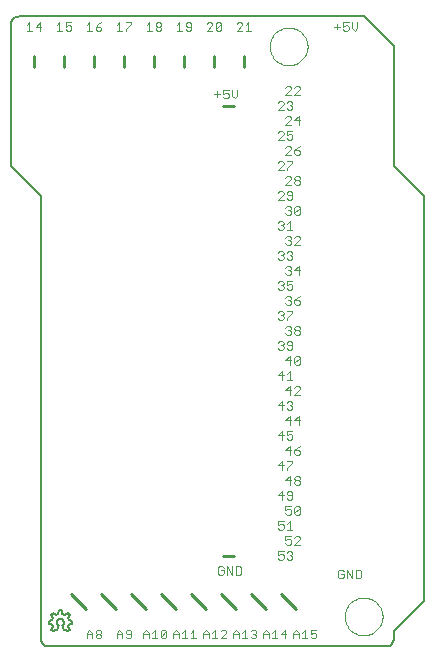
<source format=gto>
G75*
G70*
%OFA0B0*%
%FSLAX24Y24*%
%IPPOS*%
%LPD*%
%AMOC8*
5,1,8,0,0,1.08239X$1,22.5*
%
%ADD10C,0.0040*%
%ADD11C,0.0100*%
%ADD12C,0.0050*%
%ADD13C,0.0000*%
%ADD14C,0.0060*%
D10*
X003270Y000770D02*
X003270Y000957D01*
X003363Y001050D01*
X003457Y000957D01*
X003457Y000770D01*
X003565Y000817D02*
X003565Y000863D01*
X003611Y000910D01*
X003705Y000910D01*
X003751Y000863D01*
X003751Y000817D01*
X003705Y000770D01*
X003611Y000770D01*
X003565Y000817D01*
X003611Y000910D02*
X003565Y000957D01*
X003565Y001004D01*
X003611Y001050D01*
X003705Y001050D01*
X003751Y001004D01*
X003751Y000957D01*
X003705Y000910D01*
X003457Y000910D02*
X003270Y000910D01*
X004270Y000910D02*
X004457Y000910D01*
X004457Y000957D02*
X004457Y000770D01*
X004565Y000817D02*
X004611Y000770D01*
X004705Y000770D01*
X004751Y000817D01*
X004751Y001004D01*
X004705Y001050D01*
X004611Y001050D01*
X004565Y001004D01*
X004565Y000957D01*
X004611Y000910D01*
X004751Y000910D01*
X004457Y000957D02*
X004363Y001050D01*
X004270Y000957D01*
X004270Y000770D01*
X005145Y000770D02*
X005145Y000957D01*
X005238Y001050D01*
X005332Y000957D01*
X005332Y000770D01*
X005440Y000770D02*
X005626Y000770D01*
X005533Y000770D02*
X005533Y001050D01*
X005440Y000957D01*
X005332Y000910D02*
X005145Y000910D01*
X005734Y000817D02*
X005921Y001004D01*
X005921Y000817D01*
X005874Y000770D01*
X005781Y000770D01*
X005734Y000817D01*
X005734Y001004D01*
X005781Y001050D01*
X005874Y001050D01*
X005921Y001004D01*
X006145Y000957D02*
X006145Y000770D01*
X006145Y000910D02*
X006332Y000910D01*
X006332Y000957D02*
X006332Y000770D01*
X006440Y000770D02*
X006626Y000770D01*
X006533Y000770D02*
X006533Y001050D01*
X006440Y000957D01*
X006332Y000957D02*
X006238Y001050D01*
X006145Y000957D01*
X006734Y000957D02*
X006828Y001050D01*
X006828Y000770D01*
X006921Y000770D02*
X006734Y000770D01*
X007145Y000770D02*
X007145Y000957D01*
X007238Y001050D01*
X007332Y000957D01*
X007332Y000770D01*
X007440Y000770D02*
X007626Y000770D01*
X007533Y000770D02*
X007533Y001050D01*
X007440Y000957D01*
X007332Y000910D02*
X007145Y000910D01*
X007734Y001004D02*
X007781Y001050D01*
X007874Y001050D01*
X007921Y001004D01*
X007921Y000957D01*
X007734Y000770D01*
X007921Y000770D01*
X008145Y000770D02*
X008145Y000957D01*
X008238Y001050D01*
X008332Y000957D01*
X008332Y000770D01*
X008440Y000770D02*
X008626Y000770D01*
X008533Y000770D02*
X008533Y001050D01*
X008440Y000957D01*
X008332Y000910D02*
X008145Y000910D01*
X008734Y000817D02*
X008781Y000770D01*
X008874Y000770D01*
X008921Y000817D01*
X008921Y000863D01*
X008874Y000910D01*
X008828Y000910D01*
X008874Y000910D02*
X008921Y000957D01*
X008921Y001004D01*
X008874Y001050D01*
X008781Y001050D01*
X008734Y001004D01*
X009145Y000957D02*
X009145Y000770D01*
X009145Y000910D02*
X009332Y000910D01*
X009332Y000957D02*
X009332Y000770D01*
X009440Y000770D02*
X009626Y000770D01*
X009533Y000770D02*
X009533Y001050D01*
X009440Y000957D01*
X009332Y000957D02*
X009238Y001050D01*
X009145Y000957D01*
X009734Y000910D02*
X009921Y000910D01*
X009874Y000770D02*
X009874Y001050D01*
X009734Y000910D01*
X010145Y000910D02*
X010332Y000910D01*
X010332Y000957D02*
X010332Y000770D01*
X010440Y000770D02*
X010626Y000770D01*
X010533Y000770D02*
X010533Y001050D01*
X010440Y000957D01*
X010332Y000957D02*
X010238Y001050D01*
X010145Y000957D01*
X010145Y000770D01*
X010734Y000817D02*
X010781Y000770D01*
X010874Y000770D01*
X010921Y000817D01*
X010921Y000910D01*
X010874Y000957D01*
X010828Y000957D01*
X010734Y000910D01*
X010734Y001050D01*
X010921Y001050D01*
X011692Y002770D02*
X011785Y002770D01*
X011832Y002817D01*
X011832Y002910D01*
X011738Y002910D01*
X011645Y002817D02*
X011692Y002770D01*
X011645Y002817D02*
X011645Y003004D01*
X011692Y003050D01*
X011785Y003050D01*
X011832Y003004D01*
X011940Y003050D02*
X011940Y002770D01*
X012126Y002770D02*
X012126Y003050D01*
X012234Y003050D02*
X012374Y003050D01*
X012421Y003004D01*
X012421Y002817D01*
X012374Y002770D01*
X012234Y002770D01*
X012234Y003050D01*
X011940Y003050D02*
X012126Y002770D01*
X010376Y003895D02*
X010190Y003895D01*
X010376Y004082D01*
X010376Y004129D01*
X010330Y004175D01*
X010236Y004175D01*
X010190Y004129D01*
X010082Y004175D02*
X009895Y004175D01*
X009895Y004035D01*
X009988Y004082D01*
X010035Y004082D01*
X010082Y004035D01*
X010082Y003942D01*
X010035Y003895D01*
X009942Y003895D01*
X009895Y003942D01*
X009832Y003675D02*
X009645Y003675D01*
X009645Y003535D01*
X009738Y003582D01*
X009785Y003582D01*
X009832Y003535D01*
X009832Y003442D01*
X009785Y003395D01*
X009692Y003395D01*
X009645Y003442D01*
X009940Y003442D02*
X009986Y003395D01*
X010080Y003395D01*
X010126Y003442D01*
X010126Y003488D01*
X010080Y003535D01*
X010033Y003535D01*
X010080Y003535D02*
X010126Y003582D01*
X010126Y003629D01*
X010080Y003675D01*
X009986Y003675D01*
X009940Y003629D01*
X009940Y004395D02*
X010126Y004395D01*
X010033Y004395D02*
X010033Y004675D01*
X009940Y004582D01*
X009832Y004535D02*
X009832Y004442D01*
X009785Y004395D01*
X009692Y004395D01*
X009645Y004442D01*
X009645Y004535D02*
X009738Y004582D01*
X009785Y004582D01*
X009832Y004535D01*
X009832Y004675D02*
X009645Y004675D01*
X009645Y004535D01*
X009942Y004895D02*
X009895Y004942D01*
X009942Y004895D02*
X010035Y004895D01*
X010082Y004942D01*
X010082Y005035D01*
X010035Y005082D01*
X009988Y005082D01*
X009895Y005035D01*
X009895Y005175D01*
X010082Y005175D01*
X010190Y005129D02*
X010190Y004942D01*
X010376Y005129D01*
X010376Y004942D01*
X010330Y004895D01*
X010236Y004895D01*
X010190Y004942D01*
X010190Y005129D02*
X010236Y005175D01*
X010330Y005175D01*
X010376Y005129D01*
X010080Y005395D02*
X010126Y005442D01*
X010126Y005629D01*
X010080Y005675D01*
X009986Y005675D01*
X009940Y005629D01*
X009940Y005582D01*
X009986Y005535D01*
X010126Y005535D01*
X010080Y005395D02*
X009986Y005395D01*
X009940Y005442D01*
X009832Y005535D02*
X009645Y005535D01*
X009785Y005675D01*
X009785Y005395D01*
X010035Y005895D02*
X010035Y006175D01*
X009895Y006035D01*
X010082Y006035D01*
X010190Y005988D02*
X010236Y006035D01*
X010330Y006035D01*
X010376Y005988D01*
X010376Y005942D01*
X010330Y005895D01*
X010236Y005895D01*
X010190Y005942D01*
X010190Y005988D01*
X010236Y006035D02*
X010190Y006082D01*
X010190Y006129D01*
X010236Y006175D01*
X010330Y006175D01*
X010376Y006129D01*
X010376Y006082D01*
X010330Y006035D01*
X009940Y006395D02*
X009940Y006442D01*
X010126Y006629D01*
X010126Y006675D01*
X009940Y006675D01*
X009785Y006675D02*
X009785Y006395D01*
X009832Y006535D02*
X009645Y006535D01*
X009785Y006675D01*
X010035Y006895D02*
X010035Y007175D01*
X009895Y007035D01*
X010082Y007035D01*
X010190Y007035D02*
X010330Y007035D01*
X010376Y006988D01*
X010376Y006942D01*
X010330Y006895D01*
X010236Y006895D01*
X010190Y006942D01*
X010190Y007035D01*
X010283Y007129D01*
X010376Y007175D01*
X010126Y007442D02*
X010080Y007395D01*
X009986Y007395D01*
X009940Y007442D01*
X009940Y007535D02*
X010033Y007582D01*
X010080Y007582D01*
X010126Y007535D01*
X010126Y007442D01*
X010126Y007675D02*
X009940Y007675D01*
X009940Y007535D01*
X009832Y007535D02*
X009645Y007535D01*
X009785Y007675D01*
X009785Y007395D01*
X010035Y007895D02*
X010035Y008175D01*
X009895Y008035D01*
X010082Y008035D01*
X010190Y008035D02*
X010376Y008035D01*
X010330Y007895D02*
X010330Y008175D01*
X010190Y008035D01*
X010080Y008395D02*
X009986Y008395D01*
X009940Y008442D01*
X010033Y008535D02*
X010080Y008535D01*
X010126Y008488D01*
X010126Y008442D01*
X010080Y008395D01*
X010080Y008535D02*
X010126Y008582D01*
X010126Y008629D01*
X010080Y008675D01*
X009986Y008675D01*
X009940Y008629D01*
X009832Y008535D02*
X009645Y008535D01*
X009785Y008675D01*
X009785Y008395D01*
X010035Y008895D02*
X010035Y009175D01*
X009895Y009035D01*
X010082Y009035D01*
X010190Y009129D02*
X010236Y009175D01*
X010330Y009175D01*
X010376Y009129D01*
X010376Y009082D01*
X010190Y008895D01*
X010376Y008895D01*
X010126Y009395D02*
X009940Y009395D01*
X010033Y009395D02*
X010033Y009675D01*
X009940Y009582D01*
X009832Y009535D02*
X009645Y009535D01*
X009785Y009675D01*
X009785Y009395D01*
X010035Y009895D02*
X010035Y010175D01*
X009895Y010035D01*
X010082Y010035D01*
X010190Y009942D02*
X010376Y010129D01*
X010376Y009942D01*
X010330Y009895D01*
X010236Y009895D01*
X010190Y009942D01*
X010190Y010129D01*
X010236Y010175D01*
X010330Y010175D01*
X010376Y010129D01*
X010080Y010395D02*
X010126Y010442D01*
X010126Y010629D01*
X010080Y010675D01*
X009986Y010675D01*
X009940Y010629D01*
X009940Y010582D01*
X009986Y010535D01*
X010126Y010535D01*
X010080Y010395D02*
X009986Y010395D01*
X009940Y010442D01*
X009832Y010442D02*
X009785Y010395D01*
X009692Y010395D01*
X009645Y010442D01*
X009738Y010535D02*
X009785Y010535D01*
X009832Y010488D01*
X009832Y010442D01*
X009785Y010535D02*
X009832Y010582D01*
X009832Y010629D01*
X009785Y010675D01*
X009692Y010675D01*
X009645Y010629D01*
X009942Y010895D02*
X009895Y010942D01*
X009942Y010895D02*
X010035Y010895D01*
X010082Y010942D01*
X010082Y010988D01*
X010035Y011035D01*
X009988Y011035D01*
X010035Y011035D02*
X010082Y011082D01*
X010082Y011129D01*
X010035Y011175D01*
X009942Y011175D01*
X009895Y011129D01*
X009940Y011395D02*
X009940Y011442D01*
X010126Y011629D01*
X010126Y011675D01*
X009940Y011675D01*
X009832Y011629D02*
X009832Y011582D01*
X009785Y011535D01*
X009832Y011488D01*
X009832Y011442D01*
X009785Y011395D01*
X009692Y011395D01*
X009645Y011442D01*
X009738Y011535D02*
X009785Y011535D01*
X009832Y011629D02*
X009785Y011675D01*
X009692Y011675D01*
X009645Y011629D01*
X009942Y011895D02*
X009895Y011942D01*
X009942Y011895D02*
X010035Y011895D01*
X010082Y011942D01*
X010082Y011988D01*
X010035Y012035D01*
X009988Y012035D01*
X010035Y012035D02*
X010082Y012082D01*
X010082Y012129D01*
X010035Y012175D01*
X009942Y012175D01*
X009895Y012129D01*
X009986Y012395D02*
X009940Y012442D01*
X009986Y012395D02*
X010080Y012395D01*
X010126Y012442D01*
X010126Y012535D01*
X010080Y012582D01*
X010033Y012582D01*
X009940Y012535D01*
X009940Y012675D01*
X010126Y012675D01*
X010035Y012895D02*
X009942Y012895D01*
X009895Y012942D01*
X009988Y013035D02*
X010035Y013035D01*
X010082Y012988D01*
X010082Y012942D01*
X010035Y012895D01*
X010035Y013035D02*
X010082Y013082D01*
X010082Y013129D01*
X010035Y013175D01*
X009942Y013175D01*
X009895Y013129D01*
X009986Y013395D02*
X009940Y013442D01*
X009986Y013395D02*
X010080Y013395D01*
X010126Y013442D01*
X010126Y013488D01*
X010080Y013535D01*
X010033Y013535D01*
X010080Y013535D02*
X010126Y013582D01*
X010126Y013629D01*
X010080Y013675D01*
X009986Y013675D01*
X009940Y013629D01*
X009832Y013629D02*
X009832Y013582D01*
X009785Y013535D01*
X009832Y013488D01*
X009832Y013442D01*
X009785Y013395D01*
X009692Y013395D01*
X009645Y013442D01*
X009738Y013535D02*
X009785Y013535D01*
X009832Y013629D02*
X009785Y013675D01*
X009692Y013675D01*
X009645Y013629D01*
X009942Y013895D02*
X009895Y013942D01*
X009942Y013895D02*
X010035Y013895D01*
X010082Y013942D01*
X010082Y013988D01*
X010035Y014035D01*
X009988Y014035D01*
X010035Y014035D02*
X010082Y014082D01*
X010082Y014129D01*
X010035Y014175D01*
X009942Y014175D01*
X009895Y014129D01*
X009940Y014395D02*
X010126Y014395D01*
X010033Y014395D02*
X010033Y014675D01*
X009940Y014582D01*
X009832Y014582D02*
X009785Y014535D01*
X009832Y014488D01*
X009832Y014442D01*
X009785Y014395D01*
X009692Y014395D01*
X009645Y014442D01*
X009738Y014535D02*
X009785Y014535D01*
X009832Y014582D02*
X009832Y014629D01*
X009785Y014675D01*
X009692Y014675D01*
X009645Y014629D01*
X009942Y014895D02*
X009895Y014942D01*
X009942Y014895D02*
X010035Y014895D01*
X010082Y014942D01*
X010082Y014988D01*
X010035Y015035D01*
X009988Y015035D01*
X010035Y015035D02*
X010082Y015082D01*
X010082Y015129D01*
X010035Y015175D01*
X009942Y015175D01*
X009895Y015129D01*
X009832Y015395D02*
X009645Y015395D01*
X009832Y015582D01*
X009832Y015629D01*
X009785Y015675D01*
X009692Y015675D01*
X009645Y015629D01*
X009940Y015629D02*
X009940Y015582D01*
X009986Y015535D01*
X010126Y015535D01*
X010126Y015442D02*
X010126Y015629D01*
X010080Y015675D01*
X009986Y015675D01*
X009940Y015629D01*
X009940Y015442D02*
X009986Y015395D01*
X010080Y015395D01*
X010126Y015442D01*
X010236Y015175D02*
X010330Y015175D01*
X010376Y015129D01*
X010190Y014942D01*
X010236Y014895D01*
X010330Y014895D01*
X010376Y014942D01*
X010376Y015129D01*
X010236Y015175D02*
X010190Y015129D01*
X010190Y014942D01*
X010236Y014175D02*
X010190Y014129D01*
X010236Y014175D02*
X010330Y014175D01*
X010376Y014129D01*
X010376Y014082D01*
X010190Y013895D01*
X010376Y013895D01*
X010330Y013175D02*
X010190Y013035D01*
X010376Y013035D01*
X010330Y012895D02*
X010330Y013175D01*
X009832Y012629D02*
X009785Y012675D01*
X009692Y012675D01*
X009645Y012629D01*
X009738Y012535D02*
X009785Y012535D01*
X009832Y012488D01*
X009832Y012442D01*
X009785Y012395D01*
X009692Y012395D01*
X009645Y012442D01*
X009785Y012535D02*
X009832Y012582D01*
X009832Y012629D01*
X010283Y012129D02*
X010190Y012035D01*
X010330Y012035D01*
X010376Y011988D01*
X010376Y011942D01*
X010330Y011895D01*
X010236Y011895D01*
X010190Y011942D01*
X010190Y012035D01*
X010283Y012129D02*
X010376Y012175D01*
X010330Y011175D02*
X010236Y011175D01*
X010190Y011129D01*
X010190Y011082D01*
X010236Y011035D01*
X010330Y011035D01*
X010376Y010988D01*
X010376Y010942D01*
X010330Y010895D01*
X010236Y010895D01*
X010190Y010942D01*
X010190Y010988D01*
X010236Y011035D01*
X010330Y011035D02*
X010376Y011082D01*
X010376Y011129D01*
X010330Y011175D01*
X010330Y015895D02*
X010236Y015895D01*
X010190Y015942D01*
X010190Y015988D01*
X010236Y016035D01*
X010330Y016035D01*
X010376Y015988D01*
X010376Y015942D01*
X010330Y015895D01*
X010330Y016035D02*
X010376Y016082D01*
X010376Y016129D01*
X010330Y016175D01*
X010236Y016175D01*
X010190Y016129D01*
X010190Y016082D01*
X010236Y016035D01*
X010082Y016082D02*
X010082Y016129D01*
X010035Y016175D01*
X009942Y016175D01*
X009895Y016129D01*
X010082Y016082D02*
X009895Y015895D01*
X010082Y015895D01*
X009940Y016395D02*
X009940Y016442D01*
X010126Y016629D01*
X010126Y016675D01*
X009940Y016675D01*
X009832Y016629D02*
X009785Y016675D01*
X009692Y016675D01*
X009645Y016629D01*
X009832Y016582D02*
X009645Y016395D01*
X009832Y016395D01*
X009832Y016582D02*
X009832Y016629D01*
X009895Y016895D02*
X010082Y017082D01*
X010082Y017129D01*
X010035Y017175D01*
X009942Y017175D01*
X009895Y017129D01*
X009895Y016895D02*
X010082Y016895D01*
X010190Y016942D02*
X010236Y016895D01*
X010330Y016895D01*
X010376Y016942D01*
X010376Y016988D01*
X010330Y017035D01*
X010190Y017035D01*
X010190Y016942D01*
X010190Y017035D02*
X010283Y017129D01*
X010376Y017175D01*
X010126Y017442D02*
X010080Y017395D01*
X009986Y017395D01*
X009940Y017442D01*
X009940Y017535D02*
X010033Y017582D01*
X010080Y017582D01*
X010126Y017535D01*
X010126Y017442D01*
X010126Y017675D02*
X009940Y017675D01*
X009940Y017535D01*
X009832Y017582D02*
X009832Y017629D01*
X009785Y017675D01*
X009692Y017675D01*
X009645Y017629D01*
X009832Y017582D02*
X009645Y017395D01*
X009832Y017395D01*
X009895Y017895D02*
X010082Y018082D01*
X010082Y018129D01*
X010035Y018175D01*
X009942Y018175D01*
X009895Y018129D01*
X009895Y017895D02*
X010082Y017895D01*
X010190Y018035D02*
X010376Y018035D01*
X010330Y017895D02*
X010330Y018175D01*
X010190Y018035D01*
X010080Y018395D02*
X009986Y018395D01*
X009940Y018442D01*
X009832Y018395D02*
X009645Y018395D01*
X009832Y018582D01*
X009832Y018629D01*
X009785Y018675D01*
X009692Y018675D01*
X009645Y018629D01*
X009940Y018629D02*
X009986Y018675D01*
X010080Y018675D01*
X010126Y018629D01*
X010126Y018582D01*
X010080Y018535D01*
X010126Y018488D01*
X010126Y018442D01*
X010080Y018395D01*
X010080Y018535D02*
X010033Y018535D01*
X010082Y018895D02*
X009895Y018895D01*
X010082Y019082D01*
X010082Y019129D01*
X010035Y019175D01*
X009942Y019175D01*
X009895Y019129D01*
X010190Y019129D02*
X010236Y019175D01*
X010330Y019175D01*
X010376Y019129D01*
X010376Y019082D01*
X010190Y018895D01*
X010376Y018895D01*
X011613Y021067D02*
X011613Y021254D01*
X011520Y021160D02*
X011707Y021160D01*
X011815Y021160D02*
X011908Y021207D01*
X011955Y021207D01*
X012001Y021160D01*
X012001Y021067D01*
X011955Y021020D01*
X011861Y021020D01*
X011815Y021067D01*
X011815Y021160D02*
X011815Y021300D01*
X012001Y021300D01*
X012109Y021300D02*
X012109Y021113D01*
X012203Y021020D01*
X012296Y021113D01*
X012296Y021300D01*
X008751Y021020D02*
X008565Y021020D01*
X008658Y021020D02*
X008658Y021300D01*
X008565Y021207D01*
X008457Y021207D02*
X008457Y021254D01*
X008410Y021300D01*
X008317Y021300D01*
X008270Y021254D01*
X008457Y021207D02*
X008270Y021020D01*
X008457Y021020D01*
X007751Y021067D02*
X007705Y021020D01*
X007611Y021020D01*
X007565Y021067D01*
X007751Y021254D01*
X007705Y021300D01*
X007611Y021300D01*
X007565Y021254D01*
X007565Y021067D01*
X007457Y021020D02*
X007270Y021020D01*
X007457Y021207D01*
X007457Y021254D01*
X007410Y021300D01*
X007317Y021300D01*
X007270Y021254D01*
X006751Y021254D02*
X006751Y021067D01*
X006705Y021020D01*
X006611Y021020D01*
X006565Y021067D01*
X006611Y021160D02*
X006565Y021207D01*
X006565Y021254D01*
X006611Y021300D01*
X006705Y021300D01*
X006751Y021254D01*
X006751Y021160D02*
X006611Y021160D01*
X006457Y021020D02*
X006270Y021020D01*
X006363Y021020D02*
X006363Y021300D01*
X006270Y021207D01*
X005751Y021207D02*
X005705Y021160D01*
X005611Y021160D01*
X005565Y021207D01*
X005565Y021254D01*
X005611Y021300D01*
X005705Y021300D01*
X005751Y021254D01*
X005751Y021207D01*
X005705Y021160D02*
X005751Y021113D01*
X005751Y021067D01*
X005705Y021020D01*
X005611Y021020D01*
X005565Y021067D01*
X005565Y021113D01*
X005611Y021160D01*
X005457Y021020D02*
X005270Y021020D01*
X005363Y021020D02*
X005363Y021300D01*
X005270Y021207D01*
X004751Y021254D02*
X004565Y021067D01*
X004565Y021020D01*
X004457Y021020D02*
X004270Y021020D01*
X004363Y021020D02*
X004363Y021300D01*
X004270Y021207D01*
X004565Y021300D02*
X004751Y021300D01*
X004751Y021254D01*
X003751Y021300D02*
X003658Y021254D01*
X003565Y021160D01*
X003705Y021160D01*
X003751Y021113D01*
X003751Y021067D01*
X003705Y021020D01*
X003611Y021020D01*
X003565Y021067D01*
X003565Y021160D01*
X003457Y021020D02*
X003270Y021020D01*
X003363Y021020D02*
X003363Y021300D01*
X003270Y021207D01*
X002751Y021160D02*
X002751Y021067D01*
X002705Y021020D01*
X002611Y021020D01*
X002565Y021067D01*
X002565Y021160D02*
X002658Y021207D01*
X002705Y021207D01*
X002751Y021160D01*
X002751Y021300D02*
X002565Y021300D01*
X002565Y021160D01*
X002457Y021020D02*
X002270Y021020D01*
X002363Y021020D02*
X002363Y021300D01*
X002270Y021207D01*
X001751Y021160D02*
X001565Y021160D01*
X001705Y021300D01*
X001705Y021020D01*
X001457Y021020D02*
X001270Y021020D01*
X001363Y021020D02*
X001363Y021300D01*
X001270Y021207D01*
X007520Y018910D02*
X007707Y018910D01*
X007815Y018910D02*
X007815Y019050D01*
X008001Y019050D01*
X007955Y018957D02*
X008001Y018910D01*
X008001Y018817D01*
X007955Y018770D01*
X007861Y018770D01*
X007815Y018817D01*
X007815Y018910D02*
X007908Y018957D01*
X007955Y018957D01*
X008109Y019050D02*
X008109Y018863D01*
X008203Y018770D01*
X008296Y018863D01*
X008296Y019050D01*
X007613Y019004D02*
X007613Y018817D01*
X007751Y021067D02*
X007751Y021254D01*
X007785Y003175D02*
X007692Y003175D01*
X007645Y003129D01*
X007645Y002942D01*
X007692Y002895D01*
X007785Y002895D01*
X007832Y002942D01*
X007832Y003035D01*
X007738Y003035D01*
X007832Y003129D02*
X007785Y003175D01*
X007940Y003175D02*
X007940Y002895D01*
X008126Y002895D02*
X007940Y003175D01*
X008126Y003175D02*
X008126Y002895D01*
X008234Y002895D02*
X008234Y003175D01*
X008374Y003175D01*
X008421Y003129D01*
X008421Y002942D01*
X008374Y002895D01*
X008234Y002895D01*
D11*
X008188Y003500D02*
X007813Y003500D01*
X007750Y002250D02*
X008250Y001750D01*
X008750Y002250D02*
X009250Y001750D01*
X009750Y002250D02*
X010250Y001750D01*
X007250Y001750D02*
X006750Y002250D01*
X006250Y001750D02*
X005750Y002250D01*
X005250Y001750D02*
X004750Y002250D01*
X004250Y001750D02*
X003750Y002250D01*
X003250Y001750D02*
X002750Y002250D01*
X007813Y018500D02*
X008188Y018500D01*
X008500Y019813D02*
X008500Y020188D01*
X007500Y020188D02*
X007500Y019813D01*
X006500Y019813D02*
X006500Y020188D01*
X005500Y020188D02*
X005500Y019813D01*
X004500Y019813D02*
X004500Y020188D01*
X003500Y020188D02*
X003500Y019813D01*
X002500Y019813D02*
X002500Y020188D01*
X001500Y020188D02*
X001500Y019813D01*
D12*
X001750Y015500D02*
X001750Y000750D01*
X001752Y000720D01*
X001757Y000690D01*
X001766Y000661D01*
X001779Y000634D01*
X001794Y000608D01*
X001813Y000584D01*
X001834Y000563D01*
X001858Y000544D01*
X001884Y000529D01*
X001911Y000516D01*
X001940Y000507D01*
X001970Y000502D01*
X002000Y000500D01*
X013250Y000500D01*
X013280Y000502D01*
X013310Y000507D01*
X013339Y000516D01*
X013366Y000529D01*
X013392Y000544D01*
X013416Y000563D01*
X013437Y000584D01*
X013456Y000608D01*
X013471Y000634D01*
X013484Y000661D01*
X013493Y000690D01*
X013498Y000720D01*
X013500Y000750D01*
X013500Y001000D01*
X014500Y002000D01*
X014500Y015500D01*
X013500Y016500D01*
X013500Y020500D01*
X012500Y021500D01*
X001000Y021500D01*
X000970Y021498D01*
X000940Y021493D01*
X000911Y021484D01*
X000884Y021471D01*
X000858Y021456D01*
X000834Y021437D01*
X000813Y021416D01*
X000794Y021392D01*
X000779Y021366D01*
X000766Y021339D01*
X000757Y021310D01*
X000752Y021280D01*
X000750Y021250D01*
X000750Y016500D01*
X001750Y015500D01*
D13*
X009370Y020500D02*
X009372Y020550D01*
X009378Y020600D01*
X009388Y020649D01*
X009402Y020697D01*
X009419Y020744D01*
X009440Y020789D01*
X009465Y020833D01*
X009493Y020874D01*
X009525Y020913D01*
X009559Y020950D01*
X009596Y020984D01*
X009636Y021014D01*
X009678Y021041D01*
X009722Y021065D01*
X009768Y021086D01*
X009815Y021102D01*
X009863Y021115D01*
X009913Y021124D01*
X009962Y021129D01*
X010013Y021130D01*
X010063Y021127D01*
X010112Y021120D01*
X010161Y021109D01*
X010209Y021094D01*
X010255Y021076D01*
X010300Y021054D01*
X010343Y021028D01*
X010384Y020999D01*
X010423Y020967D01*
X010459Y020932D01*
X010491Y020894D01*
X010521Y020854D01*
X010548Y020811D01*
X010571Y020767D01*
X010590Y020721D01*
X010606Y020673D01*
X010618Y020624D01*
X010626Y020575D01*
X010630Y020525D01*
X010630Y020475D01*
X010626Y020425D01*
X010618Y020376D01*
X010606Y020327D01*
X010590Y020279D01*
X010571Y020233D01*
X010548Y020189D01*
X010521Y020146D01*
X010491Y020106D01*
X010459Y020068D01*
X010423Y020033D01*
X010384Y020001D01*
X010343Y019972D01*
X010300Y019946D01*
X010255Y019924D01*
X010209Y019906D01*
X010161Y019891D01*
X010112Y019880D01*
X010063Y019873D01*
X010013Y019870D01*
X009962Y019871D01*
X009913Y019876D01*
X009863Y019885D01*
X009815Y019898D01*
X009768Y019914D01*
X009722Y019935D01*
X009678Y019959D01*
X009636Y019986D01*
X009596Y020016D01*
X009559Y020050D01*
X009525Y020087D01*
X009493Y020126D01*
X009465Y020167D01*
X009440Y020211D01*
X009419Y020256D01*
X009402Y020303D01*
X009388Y020351D01*
X009378Y020400D01*
X009372Y020450D01*
X009370Y020500D01*
X011870Y001500D02*
X011872Y001550D01*
X011878Y001600D01*
X011888Y001649D01*
X011902Y001697D01*
X011919Y001744D01*
X011940Y001789D01*
X011965Y001833D01*
X011993Y001874D01*
X012025Y001913D01*
X012059Y001950D01*
X012096Y001984D01*
X012136Y002014D01*
X012178Y002041D01*
X012222Y002065D01*
X012268Y002086D01*
X012315Y002102D01*
X012363Y002115D01*
X012413Y002124D01*
X012462Y002129D01*
X012513Y002130D01*
X012563Y002127D01*
X012612Y002120D01*
X012661Y002109D01*
X012709Y002094D01*
X012755Y002076D01*
X012800Y002054D01*
X012843Y002028D01*
X012884Y001999D01*
X012923Y001967D01*
X012959Y001932D01*
X012991Y001894D01*
X013021Y001854D01*
X013048Y001811D01*
X013071Y001767D01*
X013090Y001721D01*
X013106Y001673D01*
X013118Y001624D01*
X013126Y001575D01*
X013130Y001525D01*
X013130Y001475D01*
X013126Y001425D01*
X013118Y001376D01*
X013106Y001327D01*
X013090Y001279D01*
X013071Y001233D01*
X013048Y001189D01*
X013021Y001146D01*
X012991Y001106D01*
X012959Y001068D01*
X012923Y001033D01*
X012884Y001001D01*
X012843Y000972D01*
X012800Y000946D01*
X012755Y000924D01*
X012709Y000906D01*
X012661Y000891D01*
X012612Y000880D01*
X012563Y000873D01*
X012513Y000870D01*
X012462Y000871D01*
X012413Y000876D01*
X012363Y000885D01*
X012315Y000898D01*
X012268Y000914D01*
X012222Y000935D01*
X012178Y000959D01*
X012136Y000986D01*
X012096Y001016D01*
X012059Y001050D01*
X012025Y001087D01*
X011993Y001126D01*
X011965Y001167D01*
X011940Y001211D01*
X011919Y001256D01*
X011902Y001303D01*
X011888Y001351D01*
X011878Y001400D01*
X011872Y001450D01*
X011870Y001500D01*
D14*
X002780Y001350D02*
X002780Y001260D01*
X002680Y001240D01*
X002640Y001150D01*
X002700Y001060D01*
X002630Y001000D01*
X002550Y001060D01*
X002510Y001040D01*
X002450Y001200D01*
X002330Y001200D02*
X002270Y001040D01*
X002230Y001060D01*
X002150Y001000D01*
X002080Y001060D01*
X002140Y001150D01*
X002100Y001240D01*
X002000Y001260D01*
X002000Y001350D01*
X002110Y001370D01*
X002140Y001460D01*
X002080Y001550D01*
X002150Y001620D01*
X002240Y001550D01*
X002320Y001590D01*
X002350Y001700D01*
X002440Y001700D01*
X002460Y001590D01*
X002540Y001550D01*
X002630Y001620D01*
X002700Y001550D01*
X002640Y001460D01*
X002680Y001370D01*
X002780Y001350D01*
X002450Y001200D02*
X002467Y001212D01*
X002482Y001227D01*
X002495Y001244D01*
X002504Y001263D01*
X002509Y001284D01*
X002511Y001305D01*
X002509Y001326D01*
X002504Y001346D01*
X002495Y001365D01*
X002483Y001383D01*
X002468Y001398D01*
X002451Y001410D01*
X002431Y001419D01*
X002411Y001424D01*
X002390Y001426D01*
X002369Y001424D01*
X002349Y001419D01*
X002329Y001410D01*
X002312Y001398D01*
X002297Y001383D01*
X002285Y001365D01*
X002276Y001346D01*
X002271Y001326D01*
X002269Y001305D01*
X002271Y001284D01*
X002276Y001263D01*
X002285Y001244D01*
X002298Y001227D01*
X002313Y001212D01*
X002330Y001200D01*
M02*

</source>
